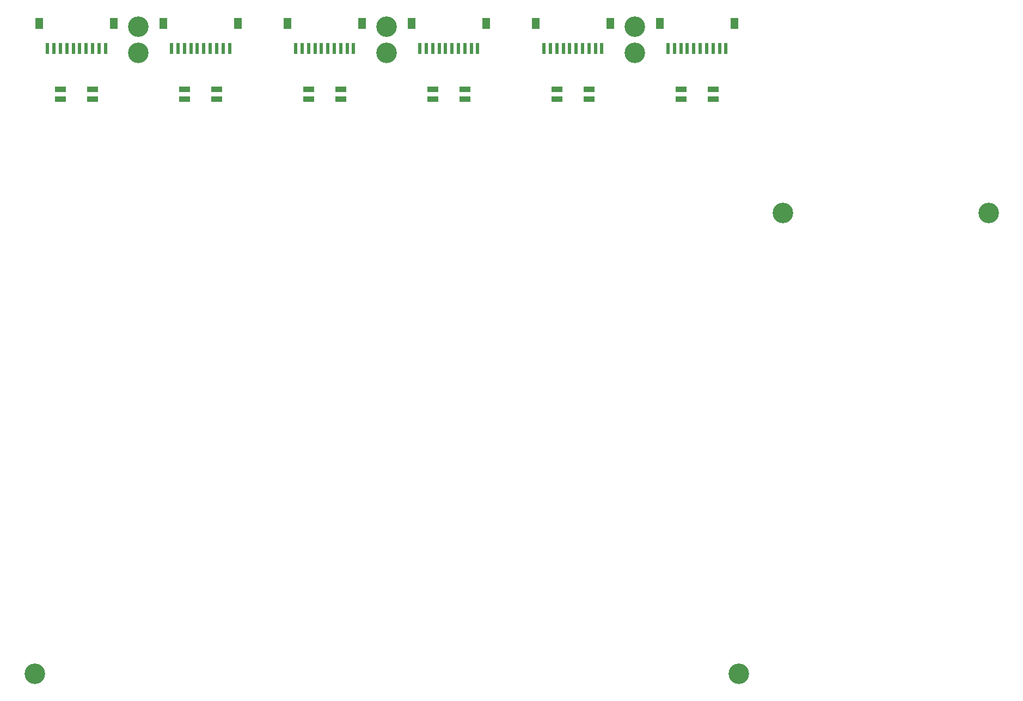
<source format=gtp>
G04 #@! TF.GenerationSoftware,KiCad,Pcbnew,7.0.8*
G04 #@! TF.CreationDate,2023-11-08T21:34:37-08:00*
G04 #@! TF.ProjectId,Seismos_5CoreStencil,53656973-6d6f-4735-9f35-436f72655374,rev?*
G04 #@! TF.SameCoordinates,Original*
G04 #@! TF.FileFunction,Paste,Top*
G04 #@! TF.FilePolarity,Positive*
%FSLAX46Y46*%
G04 Gerber Fmt 4.6, Leading zero omitted, Abs format (unit mm)*
G04 Created by KiCad (PCBNEW 7.0.8) date 2023-11-08 21:34:37*
%MOMM*%
%LPD*%
G01*
G04 APERTURE LIST*
%ADD10C,3.200000*%
%ADD11R,1.200000X1.800000*%
%ADD12R,0.600000X1.700000*%
%ADD13R,1.803400X0.812800*%
G04 APERTURE END LIST*
D10*
X126500000Y-22000000D03*
X87900000Y-22000000D03*
X49300000Y-22000000D03*
D11*
X33850000Y-21510000D03*
X45450000Y-21510000D03*
D12*
X35150000Y-25385000D03*
X36150000Y-25385000D03*
X37150000Y-25385000D03*
X38150000Y-25385000D03*
X39150000Y-25385000D03*
X40150000Y-25385000D03*
X41150000Y-25385000D03*
X42150000Y-25385000D03*
X43150000Y-25386000D03*
X44150000Y-25386000D03*
D10*
X33150000Y-122600000D03*
D11*
X53150000Y-21510000D03*
X64750000Y-21510000D03*
D12*
X54450000Y-25385000D03*
X55450000Y-25385000D03*
X56450000Y-25385000D03*
X57450000Y-25385000D03*
X58450000Y-25385000D03*
X59450000Y-25385000D03*
X60450000Y-25385000D03*
X61450000Y-25385000D03*
X62450000Y-25386000D03*
X63450000Y-25386000D03*
D11*
X72450000Y-21510000D03*
X84050000Y-21510000D03*
D12*
X73750000Y-25385000D03*
X74750000Y-25385000D03*
X75750000Y-25385000D03*
X76750000Y-25385000D03*
X77750000Y-25385000D03*
X78750000Y-25385000D03*
X79750000Y-25385000D03*
X80750000Y-25385000D03*
X81750000Y-25386000D03*
X82750000Y-25386000D03*
D11*
X91750000Y-21510000D03*
X103350000Y-21510000D03*
D12*
X93050000Y-25385000D03*
X94050000Y-25385000D03*
X95050000Y-25385000D03*
X96050000Y-25385000D03*
X97050000Y-25385000D03*
X98050000Y-25385000D03*
X99050000Y-25385000D03*
X100050000Y-25385000D03*
X101050000Y-25386000D03*
X102050000Y-25386000D03*
D11*
X111050000Y-21510000D03*
X122650000Y-21510000D03*
D12*
X112350000Y-25385000D03*
X113350000Y-25385000D03*
X114350000Y-25385000D03*
X115350000Y-25385000D03*
X116350000Y-25385000D03*
X117350000Y-25385000D03*
X118350000Y-25385000D03*
X119350000Y-25385000D03*
X120350000Y-25386000D03*
X121350000Y-25386000D03*
D10*
X142650000Y-122600000D03*
D11*
X130350000Y-21510000D03*
X141950000Y-21510000D03*
D12*
X131650000Y-25385000D03*
X132650000Y-25385000D03*
X133650000Y-25385000D03*
X134650000Y-25385000D03*
X135650000Y-25385000D03*
X136650000Y-25385000D03*
X137650000Y-25385000D03*
X138650000Y-25385000D03*
X139650000Y-25386000D03*
X140650000Y-25386000D03*
D10*
X149500000Y-50900000D03*
X181500000Y-50900000D03*
X87900000Y-26000000D03*
X49300000Y-26000000D03*
X126500000Y-26000000D03*
D13*
X37148100Y-33249300D03*
X37148100Y-31750700D03*
X42151900Y-31750700D03*
X42151900Y-33249300D03*
X133648100Y-33249300D03*
X133648100Y-31750700D03*
X138651900Y-31750700D03*
X138651900Y-33249300D03*
X95048100Y-33249300D03*
X95048100Y-31750700D03*
X100051900Y-31750700D03*
X100051900Y-33249300D03*
X75748100Y-33249300D03*
X75748100Y-31750700D03*
X80751900Y-31750700D03*
X80751900Y-33249300D03*
X114348100Y-33249300D03*
X114348100Y-31750700D03*
X119351900Y-31750700D03*
X119351900Y-33249300D03*
X56448100Y-33249300D03*
X56448100Y-31750700D03*
X61451900Y-31750700D03*
X61451900Y-33249300D03*
M02*

</source>
